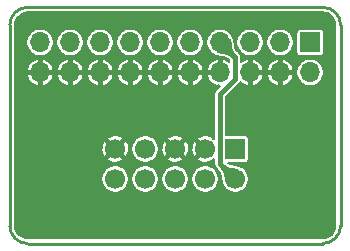
<source format=gbr>
G04 #@! TF.GenerationSoftware,KiCad,Pcbnew,(5.1.8)-1*
G04 #@! TF.CreationDate,2021-02-24T14:52:37-06:00*
G04 #@! TF.ProjectId,STLINK_Adapter,53544c49-4e4b-45f4-9164-61707465722e,rev?*
G04 #@! TF.SameCoordinates,Original*
G04 #@! TF.FileFunction,Copper,L2,Bot*
G04 #@! TF.FilePolarity,Positive*
%FSLAX46Y46*%
G04 Gerber Fmt 4.6, Leading zero omitted, Abs format (unit mm)*
G04 Created by KiCad (PCBNEW (5.1.8)-1) date 2021-02-24 14:52:37*
%MOMM*%
%LPD*%
G01*
G04 APERTURE LIST*
G04 #@! TA.AperFunction,Profile*
%ADD10C,0.254000*%
G04 #@! TD*
G04 #@! TA.AperFunction,ComponentPad*
%ADD11C,1.700000*%
G04 #@! TD*
G04 #@! TA.AperFunction,ComponentPad*
%ADD12R,1.700000X1.700000*%
G04 #@! TD*
G04 #@! TA.AperFunction,ComponentPad*
%ADD13O,1.700000X1.700000*%
G04 #@! TD*
G04 #@! TA.AperFunction,ViaPad*
%ADD14C,0.600000*%
G04 #@! TD*
G04 #@! TA.AperFunction,Conductor*
%ADD15C,0.381000*%
G04 #@! TD*
G04 #@! TA.AperFunction,Conductor*
%ADD16C,0.127000*%
G04 #@! TD*
G04 #@! TA.AperFunction,Conductor*
%ADD17C,0.150000*%
G04 #@! TD*
G04 #@! TA.AperFunction,Conductor*
%ADD18C,0.025400*%
G04 #@! TD*
G04 APERTURE END LIST*
D10*
X112500000Y-90000000D02*
G75*
G02*
X114000000Y-91500000I0J-1500000D01*
G01*
X114000000Y-108500000D02*
G75*
G02*
X112500000Y-110000000I-1500000J0D01*
G01*
X87500000Y-110000000D02*
G75*
G02*
X86000000Y-108500000I0J1500000D01*
G01*
X87500000Y-110000000D02*
X112500000Y-110000000D01*
X114000000Y-91500000D02*
X114000000Y-108500000D01*
X86000000Y-91500000D02*
X86000000Y-108500000D01*
X86000000Y-91500000D02*
G75*
G02*
X87500000Y-90000000I1500000J0D01*
G01*
X87500000Y-90000000D02*
X112500000Y-90000000D01*
D11*
X94920000Y-104540000D03*
X94920000Y-102000000D03*
X97460000Y-104540000D03*
X97460000Y-102000000D03*
X100000000Y-104540000D03*
X100000000Y-102000000D03*
X102540000Y-104540000D03*
X102540000Y-102000000D03*
X105080000Y-104540000D03*
D12*
X105080000Y-102000000D03*
D13*
X88570000Y-95520000D03*
X88570000Y-92980000D03*
X91110000Y-95520000D03*
X91110000Y-92980000D03*
X93650000Y-95520000D03*
X93650000Y-92980000D03*
X96190000Y-95520000D03*
X96190000Y-92980000D03*
X98730000Y-95520000D03*
X98730000Y-92980000D03*
X101270000Y-95520000D03*
X101270000Y-92980000D03*
X103810000Y-95520000D03*
X103810000Y-92980000D03*
X106350000Y-95520000D03*
X106350000Y-92980000D03*
X108890000Y-95520000D03*
X108890000Y-92980000D03*
X111430000Y-95520000D03*
D12*
X111430000Y-92980000D03*
D14*
X87307500Y-91503572D03*
X87307500Y-97903572D03*
X87307500Y-104303572D03*
X89707500Y-108303572D03*
X90507500Y-101103572D03*
X92907500Y-105103572D03*
X93707500Y-97903572D03*
X96107500Y-108303572D03*
X97707500Y-100303572D03*
X100907500Y-106703572D03*
X102507500Y-97903572D03*
X105707500Y-108303572D03*
X107307500Y-100303572D03*
X108907500Y-105103572D03*
X112107500Y-98703572D03*
X112107500Y-108303572D03*
D15*
X103809800Y-103269800D02*
X105080000Y-104540000D01*
X103809800Y-97358200D02*
X103809800Y-103269800D01*
X105079800Y-96088200D02*
X103809800Y-97358200D01*
X105079800Y-94249800D02*
X105079800Y-96088200D01*
X103810000Y-92980000D02*
X105079800Y-94249800D01*
D16*
X112705383Y-90462750D02*
X112902941Y-90522397D01*
X113085147Y-90619278D01*
X113245072Y-90749709D01*
X113376613Y-90908716D01*
X113474768Y-91090248D01*
X113535791Y-91287381D01*
X113559500Y-91512965D01*
X113559501Y-108478443D01*
X113537250Y-108705383D01*
X113477604Y-108902939D01*
X113380722Y-109085147D01*
X113250291Y-109245072D01*
X113091284Y-109376613D01*
X112909753Y-109474767D01*
X112712619Y-109535791D01*
X112487035Y-109559500D01*
X87521547Y-109559500D01*
X87294617Y-109537250D01*
X87097061Y-109477604D01*
X86914853Y-109380722D01*
X86754928Y-109250291D01*
X86623387Y-109091284D01*
X86525233Y-108909753D01*
X86464209Y-108712619D01*
X86440500Y-108487035D01*
X86440500Y-104425405D01*
X93756500Y-104425405D01*
X93756500Y-104654595D01*
X93801212Y-104879381D01*
X93888919Y-105091124D01*
X94016250Y-105281688D01*
X94178312Y-105443750D01*
X94368876Y-105571081D01*
X94580619Y-105658788D01*
X94805405Y-105703500D01*
X95034595Y-105703500D01*
X95259381Y-105658788D01*
X95471124Y-105571081D01*
X95661688Y-105443750D01*
X95823750Y-105281688D01*
X95951081Y-105091124D01*
X96038788Y-104879381D01*
X96083500Y-104654595D01*
X96083500Y-104425405D01*
X96296500Y-104425405D01*
X96296500Y-104654595D01*
X96341212Y-104879381D01*
X96428919Y-105091124D01*
X96556250Y-105281688D01*
X96718312Y-105443750D01*
X96908876Y-105571081D01*
X97120619Y-105658788D01*
X97345405Y-105703500D01*
X97574595Y-105703500D01*
X97799381Y-105658788D01*
X98011124Y-105571081D01*
X98201688Y-105443750D01*
X98363750Y-105281688D01*
X98491081Y-105091124D01*
X98578788Y-104879381D01*
X98623500Y-104654595D01*
X98623500Y-104425405D01*
X98836500Y-104425405D01*
X98836500Y-104654595D01*
X98881212Y-104879381D01*
X98968919Y-105091124D01*
X99096250Y-105281688D01*
X99258312Y-105443750D01*
X99448876Y-105571081D01*
X99660619Y-105658788D01*
X99885405Y-105703500D01*
X100114595Y-105703500D01*
X100339381Y-105658788D01*
X100551124Y-105571081D01*
X100741688Y-105443750D01*
X100903750Y-105281688D01*
X101031081Y-105091124D01*
X101118788Y-104879381D01*
X101163500Y-104654595D01*
X101163500Y-104425405D01*
X101376500Y-104425405D01*
X101376500Y-104654595D01*
X101421212Y-104879381D01*
X101508919Y-105091124D01*
X101636250Y-105281688D01*
X101798312Y-105443750D01*
X101988876Y-105571081D01*
X102200619Y-105658788D01*
X102425405Y-105703500D01*
X102654595Y-105703500D01*
X102879381Y-105658788D01*
X103091124Y-105571081D01*
X103281688Y-105443750D01*
X103443750Y-105281688D01*
X103571081Y-105091124D01*
X103658788Y-104879381D01*
X103703500Y-104654595D01*
X103703500Y-104425405D01*
X103658788Y-104200619D01*
X103571081Y-103988876D01*
X103443750Y-103798312D01*
X103281688Y-103636250D01*
X103091124Y-103508919D01*
X102879381Y-103421212D01*
X102654595Y-103376500D01*
X102425405Y-103376500D01*
X102200619Y-103421212D01*
X101988876Y-103508919D01*
X101798312Y-103636250D01*
X101636250Y-103798312D01*
X101508919Y-103988876D01*
X101421212Y-104200619D01*
X101376500Y-104425405D01*
X101163500Y-104425405D01*
X101118788Y-104200619D01*
X101031081Y-103988876D01*
X100903750Y-103798312D01*
X100741688Y-103636250D01*
X100551124Y-103508919D01*
X100339381Y-103421212D01*
X100114595Y-103376500D01*
X99885405Y-103376500D01*
X99660619Y-103421212D01*
X99448876Y-103508919D01*
X99258312Y-103636250D01*
X99096250Y-103798312D01*
X98968919Y-103988876D01*
X98881212Y-104200619D01*
X98836500Y-104425405D01*
X98623500Y-104425405D01*
X98578788Y-104200619D01*
X98491081Y-103988876D01*
X98363750Y-103798312D01*
X98201688Y-103636250D01*
X98011124Y-103508919D01*
X97799381Y-103421212D01*
X97574595Y-103376500D01*
X97345405Y-103376500D01*
X97120619Y-103421212D01*
X96908876Y-103508919D01*
X96718312Y-103636250D01*
X96556250Y-103798312D01*
X96428919Y-103988876D01*
X96341212Y-104200619D01*
X96296500Y-104425405D01*
X96083500Y-104425405D01*
X96038788Y-104200619D01*
X95951081Y-103988876D01*
X95823750Y-103798312D01*
X95661688Y-103636250D01*
X95471124Y-103508919D01*
X95259381Y-103421212D01*
X95034595Y-103376500D01*
X94805405Y-103376500D01*
X94580619Y-103421212D01*
X94368876Y-103508919D01*
X94178312Y-103636250D01*
X94016250Y-103798312D01*
X93888919Y-103988876D01*
X93801212Y-104200619D01*
X93756500Y-104425405D01*
X86440500Y-104425405D01*
X86440500Y-102855837D01*
X94243768Y-102855837D01*
X94339614Y-103014898D01*
X94548763Y-103108624D01*
X94772178Y-103159747D01*
X95001273Y-103166302D01*
X95227246Y-103128036D01*
X95441412Y-103046420D01*
X95500386Y-103014898D01*
X95596232Y-102855837D01*
X94920000Y-102179605D01*
X94243768Y-102855837D01*
X86440500Y-102855837D01*
X86440500Y-102081273D01*
X93753698Y-102081273D01*
X93791964Y-102307246D01*
X93873580Y-102521412D01*
X93905102Y-102580386D01*
X94064163Y-102676232D01*
X94740395Y-102000000D01*
X95099605Y-102000000D01*
X95775837Y-102676232D01*
X95934898Y-102580386D01*
X96028624Y-102371237D01*
X96079747Y-102147822D01*
X96086302Y-101918727D01*
X96080660Y-101885405D01*
X96296500Y-101885405D01*
X96296500Y-102114595D01*
X96341212Y-102339381D01*
X96428919Y-102551124D01*
X96556250Y-102741688D01*
X96718312Y-102903750D01*
X96908876Y-103031081D01*
X97120619Y-103118788D01*
X97345405Y-103163500D01*
X97574595Y-103163500D01*
X97799381Y-103118788D01*
X98011124Y-103031081D01*
X98201688Y-102903750D01*
X98249601Y-102855837D01*
X99323768Y-102855837D01*
X99419614Y-103014898D01*
X99628763Y-103108624D01*
X99852178Y-103159747D01*
X100081273Y-103166302D01*
X100307246Y-103128036D01*
X100521412Y-103046420D01*
X100580386Y-103014898D01*
X100676232Y-102855837D01*
X100000000Y-102179605D01*
X99323768Y-102855837D01*
X98249601Y-102855837D01*
X98363750Y-102741688D01*
X98491081Y-102551124D01*
X98578788Y-102339381D01*
X98623500Y-102114595D01*
X98623500Y-102081273D01*
X98833698Y-102081273D01*
X98871964Y-102307246D01*
X98953580Y-102521412D01*
X98985102Y-102580386D01*
X99144163Y-102676232D01*
X99820395Y-102000000D01*
X100179605Y-102000000D01*
X100855837Y-102676232D01*
X101014898Y-102580386D01*
X101108624Y-102371237D01*
X101159747Y-102147822D01*
X101161651Y-102081273D01*
X101373698Y-102081273D01*
X101411964Y-102307246D01*
X101493580Y-102521412D01*
X101525102Y-102580386D01*
X101684163Y-102676232D01*
X102360395Y-102000000D01*
X101684163Y-101323768D01*
X101525102Y-101419614D01*
X101431376Y-101628763D01*
X101380253Y-101852178D01*
X101373698Y-102081273D01*
X101161651Y-102081273D01*
X101166302Y-101918727D01*
X101128036Y-101692754D01*
X101046420Y-101478588D01*
X101014898Y-101419614D01*
X100855837Y-101323768D01*
X100179605Y-102000000D01*
X99820395Y-102000000D01*
X99144163Y-101323768D01*
X98985102Y-101419614D01*
X98891376Y-101628763D01*
X98840253Y-101852178D01*
X98833698Y-102081273D01*
X98623500Y-102081273D01*
X98623500Y-101885405D01*
X98578788Y-101660619D01*
X98491081Y-101448876D01*
X98363750Y-101258312D01*
X98249601Y-101144163D01*
X99323768Y-101144163D01*
X100000000Y-101820395D01*
X100676232Y-101144163D01*
X101863768Y-101144163D01*
X102540000Y-101820395D01*
X102554143Y-101806253D01*
X102733748Y-101985858D01*
X102719605Y-102000000D01*
X102733748Y-102014143D01*
X102554143Y-102193748D01*
X102540000Y-102179605D01*
X101863768Y-102855837D01*
X101959614Y-103014898D01*
X102168763Y-103108624D01*
X102392178Y-103159747D01*
X102621273Y-103166302D01*
X102847246Y-103128036D01*
X103061412Y-103046420D01*
X103120386Y-103014898D01*
X103216231Y-102855839D01*
X103276678Y-102916286D01*
X103305801Y-102887163D01*
X103305801Y-103245036D01*
X103303362Y-103269800D01*
X103313093Y-103368601D01*
X103329053Y-103421212D01*
X103341913Y-103463605D01*
X103388713Y-103551162D01*
X103451695Y-103627906D01*
X103470923Y-103643686D01*
X103523696Y-103696459D01*
X103640522Y-103824117D01*
X103716359Y-103927220D01*
X103765400Y-104015468D01*
X103797809Y-104098015D01*
X103821133Y-104186377D01*
X103840129Y-104290285D01*
X103858871Y-104412308D01*
X103859751Y-104417726D01*
X103883157Y-104554153D01*
X103886353Y-104570243D01*
X103920286Y-104720406D01*
X103926148Y-104742548D01*
X103948816Y-104817060D01*
X103961212Y-104879381D01*
X104048919Y-105091124D01*
X104176250Y-105281688D01*
X104338312Y-105443750D01*
X104528876Y-105571081D01*
X104740619Y-105658788D01*
X104965405Y-105703500D01*
X105194595Y-105703500D01*
X105419381Y-105658788D01*
X105631124Y-105571081D01*
X105821688Y-105443750D01*
X105983750Y-105281688D01*
X106111081Y-105091124D01*
X106198788Y-104879381D01*
X106243500Y-104654595D01*
X106243500Y-104425405D01*
X106198788Y-104200619D01*
X106111081Y-103988876D01*
X105983750Y-103798312D01*
X105821688Y-103636250D01*
X105631124Y-103508919D01*
X105419381Y-103421212D01*
X105357060Y-103408816D01*
X105282548Y-103386148D01*
X105260406Y-103380286D01*
X105110243Y-103346353D01*
X105094153Y-103343157D01*
X104957726Y-103319751D01*
X104952308Y-103318871D01*
X104830285Y-103300129D01*
X104726377Y-103281133D01*
X104638015Y-103257809D01*
X104555468Y-103225400D01*
X104467220Y-103176359D01*
X104451799Y-103165016D01*
X105930000Y-103165016D01*
X105991457Y-103158963D01*
X106050551Y-103141037D01*
X106105014Y-103111926D01*
X106152750Y-103072750D01*
X106191926Y-103025014D01*
X106221037Y-102970551D01*
X106238963Y-102911457D01*
X106245016Y-102850000D01*
X106245016Y-101150000D01*
X106238963Y-101088543D01*
X106221037Y-101029449D01*
X106191926Y-100974986D01*
X106152750Y-100927250D01*
X106105014Y-100888074D01*
X106050551Y-100858963D01*
X105991457Y-100841037D01*
X105930000Y-100834984D01*
X104313800Y-100834984D01*
X104313800Y-97566963D01*
X105418678Y-96462086D01*
X105437906Y-96446306D01*
X105500888Y-96369562D01*
X105522140Y-96329802D01*
X105586924Y-96398329D01*
X105772940Y-96530321D01*
X105981132Y-96623487D01*
X106043640Y-96642442D01*
X106223000Y-96597668D01*
X106223000Y-95647000D01*
X106477000Y-95647000D01*
X106477000Y-96597668D01*
X106656360Y-96642442D01*
X106718868Y-96623487D01*
X106927060Y-96530321D01*
X107113076Y-96398329D01*
X107269767Y-96232583D01*
X107391112Y-96039453D01*
X107472448Y-95826361D01*
X107767552Y-95826361D01*
X107848888Y-96039453D01*
X107970233Y-96232583D01*
X108126924Y-96398329D01*
X108312940Y-96530321D01*
X108521132Y-96623487D01*
X108583640Y-96642442D01*
X108763000Y-96597668D01*
X108763000Y-95647000D01*
X109017000Y-95647000D01*
X109017000Y-96597668D01*
X109196360Y-96642442D01*
X109258868Y-96623487D01*
X109467060Y-96530321D01*
X109653076Y-96398329D01*
X109809767Y-96232583D01*
X109931112Y-96039453D01*
X110012448Y-95826361D01*
X109968179Y-95647000D01*
X109017000Y-95647000D01*
X108763000Y-95647000D01*
X107811821Y-95647000D01*
X107767552Y-95826361D01*
X107472448Y-95826361D01*
X107428179Y-95647000D01*
X106477000Y-95647000D01*
X106223000Y-95647000D01*
X106203000Y-95647000D01*
X106203000Y-95405405D01*
X110266500Y-95405405D01*
X110266500Y-95634595D01*
X110311212Y-95859381D01*
X110398919Y-96071124D01*
X110526250Y-96261688D01*
X110688312Y-96423750D01*
X110878876Y-96551081D01*
X111090619Y-96638788D01*
X111315405Y-96683500D01*
X111544595Y-96683500D01*
X111769381Y-96638788D01*
X111981124Y-96551081D01*
X112171688Y-96423750D01*
X112333750Y-96261688D01*
X112461081Y-96071124D01*
X112548788Y-95859381D01*
X112593500Y-95634595D01*
X112593500Y-95405405D01*
X112548788Y-95180619D01*
X112461081Y-94968876D01*
X112333750Y-94778312D01*
X112171688Y-94616250D01*
X111981124Y-94488919D01*
X111769381Y-94401212D01*
X111544595Y-94356500D01*
X111315405Y-94356500D01*
X111090619Y-94401212D01*
X110878876Y-94488919D01*
X110688312Y-94616250D01*
X110526250Y-94778312D01*
X110398919Y-94968876D01*
X110311212Y-95180619D01*
X110266500Y-95405405D01*
X106203000Y-95405405D01*
X106203000Y-95393000D01*
X106223000Y-95393000D01*
X106223000Y-94442332D01*
X106477000Y-94442332D01*
X106477000Y-95393000D01*
X107428179Y-95393000D01*
X107472448Y-95213639D01*
X107767552Y-95213639D01*
X107811821Y-95393000D01*
X108763000Y-95393000D01*
X108763000Y-94442332D01*
X109017000Y-94442332D01*
X109017000Y-95393000D01*
X109968179Y-95393000D01*
X110012448Y-95213639D01*
X109931112Y-95000547D01*
X109809767Y-94807417D01*
X109653076Y-94641671D01*
X109467060Y-94509679D01*
X109258868Y-94416513D01*
X109196360Y-94397558D01*
X109017000Y-94442332D01*
X108763000Y-94442332D01*
X108583640Y-94397558D01*
X108521132Y-94416513D01*
X108312940Y-94509679D01*
X108126924Y-94641671D01*
X107970233Y-94807417D01*
X107848888Y-95000547D01*
X107767552Y-95213639D01*
X107472448Y-95213639D01*
X107391112Y-95000547D01*
X107269767Y-94807417D01*
X107113076Y-94641671D01*
X106927060Y-94509679D01*
X106718868Y-94416513D01*
X106656360Y-94397558D01*
X106477000Y-94442332D01*
X106223000Y-94442332D01*
X106043640Y-94397558D01*
X105981132Y-94416513D01*
X105772940Y-94509679D01*
X105586924Y-94641671D01*
X105583800Y-94644976D01*
X105583800Y-94274550D01*
X105586238Y-94249799D01*
X105581444Y-94201128D01*
X105576507Y-94150999D01*
X105547688Y-94055995D01*
X105500888Y-93968438D01*
X105437906Y-93891694D01*
X105418678Y-93875914D01*
X105366295Y-93823531D01*
X105249477Y-93695882D01*
X105173640Y-93592779D01*
X105124599Y-93504531D01*
X105092190Y-93421984D01*
X105068866Y-93333622D01*
X105049870Y-93229714D01*
X105031128Y-93107691D01*
X105030248Y-93102273D01*
X105006842Y-92965846D01*
X105003646Y-92949756D01*
X104984585Y-92865405D01*
X105186500Y-92865405D01*
X105186500Y-93094595D01*
X105231212Y-93319381D01*
X105318919Y-93531124D01*
X105446250Y-93721688D01*
X105608312Y-93883750D01*
X105798876Y-94011081D01*
X106010619Y-94098788D01*
X106235405Y-94143500D01*
X106464595Y-94143500D01*
X106689381Y-94098788D01*
X106901124Y-94011081D01*
X107091688Y-93883750D01*
X107253750Y-93721688D01*
X107381081Y-93531124D01*
X107468788Y-93319381D01*
X107513500Y-93094595D01*
X107513500Y-92865405D01*
X107726500Y-92865405D01*
X107726500Y-93094595D01*
X107771212Y-93319381D01*
X107858919Y-93531124D01*
X107986250Y-93721688D01*
X108148312Y-93883750D01*
X108338876Y-94011081D01*
X108550619Y-94098788D01*
X108775405Y-94143500D01*
X109004595Y-94143500D01*
X109229381Y-94098788D01*
X109441124Y-94011081D01*
X109631688Y-93883750D01*
X109793750Y-93721688D01*
X109921081Y-93531124D01*
X110008788Y-93319381D01*
X110053500Y-93094595D01*
X110053500Y-92865405D01*
X110008788Y-92640619D01*
X109921081Y-92428876D01*
X109793750Y-92238312D01*
X109685438Y-92130000D01*
X110264984Y-92130000D01*
X110264984Y-93830000D01*
X110271037Y-93891457D01*
X110288963Y-93950551D01*
X110318074Y-94005014D01*
X110357250Y-94052750D01*
X110404986Y-94091926D01*
X110459449Y-94121037D01*
X110518543Y-94138963D01*
X110580000Y-94145016D01*
X112280000Y-94145016D01*
X112341457Y-94138963D01*
X112400551Y-94121037D01*
X112455014Y-94091926D01*
X112502750Y-94052750D01*
X112541926Y-94005014D01*
X112571037Y-93950551D01*
X112588963Y-93891457D01*
X112595016Y-93830000D01*
X112595016Y-92130000D01*
X112588963Y-92068543D01*
X112571037Y-92009449D01*
X112541926Y-91954986D01*
X112502750Y-91907250D01*
X112455014Y-91868074D01*
X112400551Y-91838963D01*
X112341457Y-91821037D01*
X112280000Y-91814984D01*
X110580000Y-91814984D01*
X110518543Y-91821037D01*
X110459449Y-91838963D01*
X110404986Y-91868074D01*
X110357250Y-91907250D01*
X110318074Y-91954986D01*
X110288963Y-92009449D01*
X110271037Y-92068543D01*
X110264984Y-92130000D01*
X109685438Y-92130000D01*
X109631688Y-92076250D01*
X109441124Y-91948919D01*
X109229381Y-91861212D01*
X109004595Y-91816500D01*
X108775405Y-91816500D01*
X108550619Y-91861212D01*
X108338876Y-91948919D01*
X108148312Y-92076250D01*
X107986250Y-92238312D01*
X107858919Y-92428876D01*
X107771212Y-92640619D01*
X107726500Y-92865405D01*
X107513500Y-92865405D01*
X107468788Y-92640619D01*
X107381081Y-92428876D01*
X107253750Y-92238312D01*
X107091688Y-92076250D01*
X106901124Y-91948919D01*
X106689381Y-91861212D01*
X106464595Y-91816500D01*
X106235405Y-91816500D01*
X106010619Y-91861212D01*
X105798876Y-91948919D01*
X105608312Y-92076250D01*
X105446250Y-92238312D01*
X105318919Y-92428876D01*
X105231212Y-92640619D01*
X105186500Y-92865405D01*
X104984585Y-92865405D01*
X104969713Y-92799593D01*
X104963852Y-92777452D01*
X104941184Y-92702937D01*
X104928788Y-92640619D01*
X104841081Y-92428876D01*
X104713750Y-92238312D01*
X104551688Y-92076250D01*
X104361124Y-91948919D01*
X104149381Y-91861212D01*
X103924595Y-91816500D01*
X103695405Y-91816500D01*
X103470619Y-91861212D01*
X103258876Y-91948919D01*
X103068312Y-92076250D01*
X102906250Y-92238312D01*
X102778919Y-92428876D01*
X102691212Y-92640619D01*
X102646500Y-92865405D01*
X102646500Y-93094595D01*
X102691212Y-93319381D01*
X102778919Y-93531124D01*
X102906250Y-93721688D01*
X103068312Y-93883750D01*
X103258876Y-94011081D01*
X103470619Y-94098788D01*
X103532937Y-94111184D01*
X103607452Y-94133852D01*
X103629593Y-94139713D01*
X103779756Y-94173646D01*
X103795846Y-94176842D01*
X103932273Y-94200248D01*
X103937691Y-94201128D01*
X104059714Y-94219870D01*
X104163622Y-94238866D01*
X104251984Y-94262190D01*
X104334531Y-94294599D01*
X104422779Y-94343640D01*
X104525882Y-94419477D01*
X104575800Y-94465160D01*
X104575800Y-94644553D01*
X104573076Y-94641671D01*
X104387060Y-94509679D01*
X104178868Y-94416513D01*
X104116360Y-94397558D01*
X103937000Y-94442332D01*
X103937000Y-95393000D01*
X103957000Y-95393000D01*
X103957000Y-95647000D01*
X103937000Y-95647000D01*
X103937000Y-95667000D01*
X103683000Y-95667000D01*
X103683000Y-95647000D01*
X102731821Y-95647000D01*
X102687552Y-95826361D01*
X102768888Y-96039453D01*
X102890233Y-96232583D01*
X103046924Y-96398329D01*
X103232940Y-96530321D01*
X103441132Y-96623487D01*
X103503640Y-96642442D01*
X103682998Y-96597668D01*
X103682998Y-96683500D01*
X103771737Y-96683500D01*
X103470927Y-96984310D01*
X103451694Y-97000094D01*
X103388712Y-97076838D01*
X103341912Y-97164396D01*
X103321835Y-97230580D01*
X103313093Y-97259399D01*
X103303362Y-97358200D01*
X103305800Y-97382954D01*
X103305801Y-101112837D01*
X103276678Y-101083714D01*
X103216231Y-101144161D01*
X103120386Y-100985102D01*
X102911237Y-100891376D01*
X102687822Y-100840253D01*
X102458727Y-100833698D01*
X102232754Y-100871964D01*
X102018588Y-100953580D01*
X101959614Y-100985102D01*
X101863768Y-101144163D01*
X100676232Y-101144163D01*
X100580386Y-100985102D01*
X100371237Y-100891376D01*
X100147822Y-100840253D01*
X99918727Y-100833698D01*
X99692754Y-100871964D01*
X99478588Y-100953580D01*
X99419614Y-100985102D01*
X99323768Y-101144163D01*
X98249601Y-101144163D01*
X98201688Y-101096250D01*
X98011124Y-100968919D01*
X97799381Y-100881212D01*
X97574595Y-100836500D01*
X97345405Y-100836500D01*
X97120619Y-100881212D01*
X96908876Y-100968919D01*
X96718312Y-101096250D01*
X96556250Y-101258312D01*
X96428919Y-101448876D01*
X96341212Y-101660619D01*
X96296500Y-101885405D01*
X96080660Y-101885405D01*
X96048036Y-101692754D01*
X95966420Y-101478588D01*
X95934898Y-101419614D01*
X95775837Y-101323768D01*
X95099605Y-102000000D01*
X94740395Y-102000000D01*
X94064163Y-101323768D01*
X93905102Y-101419614D01*
X93811376Y-101628763D01*
X93760253Y-101852178D01*
X93753698Y-102081273D01*
X86440500Y-102081273D01*
X86440500Y-101144163D01*
X94243768Y-101144163D01*
X94920000Y-101820395D01*
X95596232Y-101144163D01*
X95500386Y-100985102D01*
X95291237Y-100891376D01*
X95067822Y-100840253D01*
X94838727Y-100833698D01*
X94612754Y-100871964D01*
X94398588Y-100953580D01*
X94339614Y-100985102D01*
X94243768Y-101144163D01*
X86440500Y-101144163D01*
X86440500Y-95826361D01*
X87447552Y-95826361D01*
X87528888Y-96039453D01*
X87650233Y-96232583D01*
X87806924Y-96398329D01*
X87992940Y-96530321D01*
X88201132Y-96623487D01*
X88263640Y-96642442D01*
X88443000Y-96597668D01*
X88443000Y-95647000D01*
X88697000Y-95647000D01*
X88697000Y-96597668D01*
X88876360Y-96642442D01*
X88938868Y-96623487D01*
X89147060Y-96530321D01*
X89333076Y-96398329D01*
X89489767Y-96232583D01*
X89611112Y-96039453D01*
X89692448Y-95826361D01*
X89987552Y-95826361D01*
X90068888Y-96039453D01*
X90190233Y-96232583D01*
X90346924Y-96398329D01*
X90532940Y-96530321D01*
X90741132Y-96623487D01*
X90803640Y-96642442D01*
X90983000Y-96597668D01*
X90983000Y-95647000D01*
X91237000Y-95647000D01*
X91237000Y-96597668D01*
X91416360Y-96642442D01*
X91478868Y-96623487D01*
X91687060Y-96530321D01*
X91873076Y-96398329D01*
X92029767Y-96232583D01*
X92151112Y-96039453D01*
X92232448Y-95826361D01*
X92527552Y-95826361D01*
X92608888Y-96039453D01*
X92730233Y-96232583D01*
X92886924Y-96398329D01*
X93072940Y-96530321D01*
X93281132Y-96623487D01*
X93343640Y-96642442D01*
X93523000Y-96597668D01*
X93523000Y-95647000D01*
X93777000Y-95647000D01*
X93777000Y-96597668D01*
X93956360Y-96642442D01*
X94018868Y-96623487D01*
X94227060Y-96530321D01*
X94413076Y-96398329D01*
X94569767Y-96232583D01*
X94691112Y-96039453D01*
X94772448Y-95826361D01*
X95067552Y-95826361D01*
X95148888Y-96039453D01*
X95270233Y-96232583D01*
X95426924Y-96398329D01*
X95612940Y-96530321D01*
X95821132Y-96623487D01*
X95883640Y-96642442D01*
X96063000Y-96597668D01*
X96063000Y-95647000D01*
X96317000Y-95647000D01*
X96317000Y-96597668D01*
X96496360Y-96642442D01*
X96558868Y-96623487D01*
X96767060Y-96530321D01*
X96953076Y-96398329D01*
X97109767Y-96232583D01*
X97231112Y-96039453D01*
X97312448Y-95826361D01*
X97607552Y-95826361D01*
X97688888Y-96039453D01*
X97810233Y-96232583D01*
X97966924Y-96398329D01*
X98152940Y-96530321D01*
X98361132Y-96623487D01*
X98423640Y-96642442D01*
X98603000Y-96597668D01*
X98603000Y-95647000D01*
X98857000Y-95647000D01*
X98857000Y-96597668D01*
X99036360Y-96642442D01*
X99098868Y-96623487D01*
X99307060Y-96530321D01*
X99493076Y-96398329D01*
X99649767Y-96232583D01*
X99771112Y-96039453D01*
X99852448Y-95826361D01*
X100147552Y-95826361D01*
X100228888Y-96039453D01*
X100350233Y-96232583D01*
X100506924Y-96398329D01*
X100692940Y-96530321D01*
X100901132Y-96623487D01*
X100963640Y-96642442D01*
X101143000Y-96597668D01*
X101143000Y-95647000D01*
X101397000Y-95647000D01*
X101397000Y-96597668D01*
X101576360Y-96642442D01*
X101638868Y-96623487D01*
X101847060Y-96530321D01*
X102033076Y-96398329D01*
X102189767Y-96232583D01*
X102311112Y-96039453D01*
X102392448Y-95826361D01*
X102348179Y-95647000D01*
X101397000Y-95647000D01*
X101143000Y-95647000D01*
X100191821Y-95647000D01*
X100147552Y-95826361D01*
X99852448Y-95826361D01*
X99808179Y-95647000D01*
X98857000Y-95647000D01*
X98603000Y-95647000D01*
X97651821Y-95647000D01*
X97607552Y-95826361D01*
X97312448Y-95826361D01*
X97268179Y-95647000D01*
X96317000Y-95647000D01*
X96063000Y-95647000D01*
X95111821Y-95647000D01*
X95067552Y-95826361D01*
X94772448Y-95826361D01*
X94728179Y-95647000D01*
X93777000Y-95647000D01*
X93523000Y-95647000D01*
X92571821Y-95647000D01*
X92527552Y-95826361D01*
X92232448Y-95826361D01*
X92188179Y-95647000D01*
X91237000Y-95647000D01*
X90983000Y-95647000D01*
X90031821Y-95647000D01*
X89987552Y-95826361D01*
X89692448Y-95826361D01*
X89648179Y-95647000D01*
X88697000Y-95647000D01*
X88443000Y-95647000D01*
X87491821Y-95647000D01*
X87447552Y-95826361D01*
X86440500Y-95826361D01*
X86440500Y-95213639D01*
X87447552Y-95213639D01*
X87491821Y-95393000D01*
X88443000Y-95393000D01*
X88443000Y-94442332D01*
X88697000Y-94442332D01*
X88697000Y-95393000D01*
X89648179Y-95393000D01*
X89692448Y-95213639D01*
X89987552Y-95213639D01*
X90031821Y-95393000D01*
X90983000Y-95393000D01*
X90983000Y-94442332D01*
X91237000Y-94442332D01*
X91237000Y-95393000D01*
X92188179Y-95393000D01*
X92232448Y-95213639D01*
X92527552Y-95213639D01*
X92571821Y-95393000D01*
X93523000Y-95393000D01*
X93523000Y-94442332D01*
X93777000Y-94442332D01*
X93777000Y-95393000D01*
X94728179Y-95393000D01*
X94772448Y-95213639D01*
X95067552Y-95213639D01*
X95111821Y-95393000D01*
X96063000Y-95393000D01*
X96063000Y-94442332D01*
X96317000Y-94442332D01*
X96317000Y-95393000D01*
X97268179Y-95393000D01*
X97312448Y-95213639D01*
X97607552Y-95213639D01*
X97651821Y-95393000D01*
X98603000Y-95393000D01*
X98603000Y-94442332D01*
X98857000Y-94442332D01*
X98857000Y-95393000D01*
X99808179Y-95393000D01*
X99852448Y-95213639D01*
X100147552Y-95213639D01*
X100191821Y-95393000D01*
X101143000Y-95393000D01*
X101143000Y-94442332D01*
X101397000Y-94442332D01*
X101397000Y-95393000D01*
X102348179Y-95393000D01*
X102392448Y-95213639D01*
X102687552Y-95213639D01*
X102731821Y-95393000D01*
X103683000Y-95393000D01*
X103683000Y-94442332D01*
X103503640Y-94397558D01*
X103441132Y-94416513D01*
X103232940Y-94509679D01*
X103046924Y-94641671D01*
X102890233Y-94807417D01*
X102768888Y-95000547D01*
X102687552Y-95213639D01*
X102392448Y-95213639D01*
X102311112Y-95000547D01*
X102189767Y-94807417D01*
X102033076Y-94641671D01*
X101847060Y-94509679D01*
X101638868Y-94416513D01*
X101576360Y-94397558D01*
X101397000Y-94442332D01*
X101143000Y-94442332D01*
X100963640Y-94397558D01*
X100901132Y-94416513D01*
X100692940Y-94509679D01*
X100506924Y-94641671D01*
X100350233Y-94807417D01*
X100228888Y-95000547D01*
X100147552Y-95213639D01*
X99852448Y-95213639D01*
X99771112Y-95000547D01*
X99649767Y-94807417D01*
X99493076Y-94641671D01*
X99307060Y-94509679D01*
X99098868Y-94416513D01*
X99036360Y-94397558D01*
X98857000Y-94442332D01*
X98603000Y-94442332D01*
X98423640Y-94397558D01*
X98361132Y-94416513D01*
X98152940Y-94509679D01*
X97966924Y-94641671D01*
X97810233Y-94807417D01*
X97688888Y-95000547D01*
X97607552Y-95213639D01*
X97312448Y-95213639D01*
X97231112Y-95000547D01*
X97109767Y-94807417D01*
X96953076Y-94641671D01*
X96767060Y-94509679D01*
X96558868Y-94416513D01*
X96496360Y-94397558D01*
X96317000Y-94442332D01*
X96063000Y-94442332D01*
X95883640Y-94397558D01*
X95821132Y-94416513D01*
X95612940Y-94509679D01*
X95426924Y-94641671D01*
X95270233Y-94807417D01*
X95148888Y-95000547D01*
X95067552Y-95213639D01*
X94772448Y-95213639D01*
X94691112Y-95000547D01*
X94569767Y-94807417D01*
X94413076Y-94641671D01*
X94227060Y-94509679D01*
X94018868Y-94416513D01*
X93956360Y-94397558D01*
X93777000Y-94442332D01*
X93523000Y-94442332D01*
X93343640Y-94397558D01*
X93281132Y-94416513D01*
X93072940Y-94509679D01*
X92886924Y-94641671D01*
X92730233Y-94807417D01*
X92608888Y-95000547D01*
X92527552Y-95213639D01*
X92232448Y-95213639D01*
X92151112Y-95000547D01*
X92029767Y-94807417D01*
X91873076Y-94641671D01*
X91687060Y-94509679D01*
X91478868Y-94416513D01*
X91416360Y-94397558D01*
X91237000Y-94442332D01*
X90983000Y-94442332D01*
X90803640Y-94397558D01*
X90741132Y-94416513D01*
X90532940Y-94509679D01*
X90346924Y-94641671D01*
X90190233Y-94807417D01*
X90068888Y-95000547D01*
X89987552Y-95213639D01*
X89692448Y-95213639D01*
X89611112Y-95000547D01*
X89489767Y-94807417D01*
X89333076Y-94641671D01*
X89147060Y-94509679D01*
X88938868Y-94416513D01*
X88876360Y-94397558D01*
X88697000Y-94442332D01*
X88443000Y-94442332D01*
X88263640Y-94397558D01*
X88201132Y-94416513D01*
X87992940Y-94509679D01*
X87806924Y-94641671D01*
X87650233Y-94807417D01*
X87528888Y-95000547D01*
X87447552Y-95213639D01*
X86440500Y-95213639D01*
X86440500Y-92865405D01*
X87406500Y-92865405D01*
X87406500Y-93094595D01*
X87451212Y-93319381D01*
X87538919Y-93531124D01*
X87666250Y-93721688D01*
X87828312Y-93883750D01*
X88018876Y-94011081D01*
X88230619Y-94098788D01*
X88455405Y-94143500D01*
X88684595Y-94143500D01*
X88909381Y-94098788D01*
X89121124Y-94011081D01*
X89311688Y-93883750D01*
X89473750Y-93721688D01*
X89601081Y-93531124D01*
X89688788Y-93319381D01*
X89733500Y-93094595D01*
X89733500Y-92865405D01*
X89946500Y-92865405D01*
X89946500Y-93094595D01*
X89991212Y-93319381D01*
X90078919Y-93531124D01*
X90206250Y-93721688D01*
X90368312Y-93883750D01*
X90558876Y-94011081D01*
X90770619Y-94098788D01*
X90995405Y-94143500D01*
X91224595Y-94143500D01*
X91449381Y-94098788D01*
X91661124Y-94011081D01*
X91851688Y-93883750D01*
X92013750Y-93721688D01*
X92141081Y-93531124D01*
X92228788Y-93319381D01*
X92273500Y-93094595D01*
X92273500Y-92865405D01*
X92486500Y-92865405D01*
X92486500Y-93094595D01*
X92531212Y-93319381D01*
X92618919Y-93531124D01*
X92746250Y-93721688D01*
X92908312Y-93883750D01*
X93098876Y-94011081D01*
X93310619Y-94098788D01*
X93535405Y-94143500D01*
X93764595Y-94143500D01*
X93989381Y-94098788D01*
X94201124Y-94011081D01*
X94391688Y-93883750D01*
X94553750Y-93721688D01*
X94681081Y-93531124D01*
X94768788Y-93319381D01*
X94813500Y-93094595D01*
X94813500Y-92865405D01*
X95026500Y-92865405D01*
X95026500Y-93094595D01*
X95071212Y-93319381D01*
X95158919Y-93531124D01*
X95286250Y-93721688D01*
X95448312Y-93883750D01*
X95638876Y-94011081D01*
X95850619Y-94098788D01*
X96075405Y-94143500D01*
X96304595Y-94143500D01*
X96529381Y-94098788D01*
X96741124Y-94011081D01*
X96931688Y-93883750D01*
X97093750Y-93721688D01*
X97221081Y-93531124D01*
X97308788Y-93319381D01*
X97353500Y-93094595D01*
X97353500Y-92865405D01*
X97566500Y-92865405D01*
X97566500Y-93094595D01*
X97611212Y-93319381D01*
X97698919Y-93531124D01*
X97826250Y-93721688D01*
X97988312Y-93883750D01*
X98178876Y-94011081D01*
X98390619Y-94098788D01*
X98615405Y-94143500D01*
X98844595Y-94143500D01*
X99069381Y-94098788D01*
X99281124Y-94011081D01*
X99471688Y-93883750D01*
X99633750Y-93721688D01*
X99761081Y-93531124D01*
X99848788Y-93319381D01*
X99893500Y-93094595D01*
X99893500Y-92865405D01*
X100106500Y-92865405D01*
X100106500Y-93094595D01*
X100151212Y-93319381D01*
X100238919Y-93531124D01*
X100366250Y-93721688D01*
X100528312Y-93883750D01*
X100718876Y-94011081D01*
X100930619Y-94098788D01*
X101155405Y-94143500D01*
X101384595Y-94143500D01*
X101609381Y-94098788D01*
X101821124Y-94011081D01*
X102011688Y-93883750D01*
X102173750Y-93721688D01*
X102301081Y-93531124D01*
X102388788Y-93319381D01*
X102433500Y-93094595D01*
X102433500Y-92865405D01*
X102388788Y-92640619D01*
X102301081Y-92428876D01*
X102173750Y-92238312D01*
X102011688Y-92076250D01*
X101821124Y-91948919D01*
X101609381Y-91861212D01*
X101384595Y-91816500D01*
X101155405Y-91816500D01*
X100930619Y-91861212D01*
X100718876Y-91948919D01*
X100528312Y-92076250D01*
X100366250Y-92238312D01*
X100238919Y-92428876D01*
X100151212Y-92640619D01*
X100106500Y-92865405D01*
X99893500Y-92865405D01*
X99848788Y-92640619D01*
X99761081Y-92428876D01*
X99633750Y-92238312D01*
X99471688Y-92076250D01*
X99281124Y-91948919D01*
X99069381Y-91861212D01*
X98844595Y-91816500D01*
X98615405Y-91816500D01*
X98390619Y-91861212D01*
X98178876Y-91948919D01*
X97988312Y-92076250D01*
X97826250Y-92238312D01*
X97698919Y-92428876D01*
X97611212Y-92640619D01*
X97566500Y-92865405D01*
X97353500Y-92865405D01*
X97308788Y-92640619D01*
X97221081Y-92428876D01*
X97093750Y-92238312D01*
X96931688Y-92076250D01*
X96741124Y-91948919D01*
X96529381Y-91861212D01*
X96304595Y-91816500D01*
X96075405Y-91816500D01*
X95850619Y-91861212D01*
X95638876Y-91948919D01*
X95448312Y-92076250D01*
X95286250Y-92238312D01*
X95158919Y-92428876D01*
X95071212Y-92640619D01*
X95026500Y-92865405D01*
X94813500Y-92865405D01*
X94768788Y-92640619D01*
X94681081Y-92428876D01*
X94553750Y-92238312D01*
X94391688Y-92076250D01*
X94201124Y-91948919D01*
X93989381Y-91861212D01*
X93764595Y-91816500D01*
X93535405Y-91816500D01*
X93310619Y-91861212D01*
X93098876Y-91948919D01*
X92908312Y-92076250D01*
X92746250Y-92238312D01*
X92618919Y-92428876D01*
X92531212Y-92640619D01*
X92486500Y-92865405D01*
X92273500Y-92865405D01*
X92228788Y-92640619D01*
X92141081Y-92428876D01*
X92013750Y-92238312D01*
X91851688Y-92076250D01*
X91661124Y-91948919D01*
X91449381Y-91861212D01*
X91224595Y-91816500D01*
X90995405Y-91816500D01*
X90770619Y-91861212D01*
X90558876Y-91948919D01*
X90368312Y-92076250D01*
X90206250Y-92238312D01*
X90078919Y-92428876D01*
X89991212Y-92640619D01*
X89946500Y-92865405D01*
X89733500Y-92865405D01*
X89688788Y-92640619D01*
X89601081Y-92428876D01*
X89473750Y-92238312D01*
X89311688Y-92076250D01*
X89121124Y-91948919D01*
X88909381Y-91861212D01*
X88684595Y-91816500D01*
X88455405Y-91816500D01*
X88230619Y-91861212D01*
X88018876Y-91948919D01*
X87828312Y-92076250D01*
X87666250Y-92238312D01*
X87538919Y-92428876D01*
X87451212Y-92640619D01*
X87406500Y-92865405D01*
X86440500Y-92865405D01*
X86440500Y-91521547D01*
X86462750Y-91294617D01*
X86522397Y-91097059D01*
X86619278Y-90914853D01*
X86749709Y-90754928D01*
X86908716Y-90623387D01*
X87090248Y-90525232D01*
X87287381Y-90464209D01*
X87512965Y-90440500D01*
X112478453Y-90440500D01*
X112705383Y-90462750D01*
G04 #@! TA.AperFunction,Conductor*
D17*
G36*
X112705383Y-90462750D02*
G01*
X112902941Y-90522397D01*
X113085147Y-90619278D01*
X113245072Y-90749709D01*
X113376613Y-90908716D01*
X113474768Y-91090248D01*
X113535791Y-91287381D01*
X113559500Y-91512965D01*
X113559501Y-108478443D01*
X113537250Y-108705383D01*
X113477604Y-108902939D01*
X113380722Y-109085147D01*
X113250291Y-109245072D01*
X113091284Y-109376613D01*
X112909753Y-109474767D01*
X112712619Y-109535791D01*
X112487035Y-109559500D01*
X87521547Y-109559500D01*
X87294617Y-109537250D01*
X87097061Y-109477604D01*
X86914853Y-109380722D01*
X86754928Y-109250291D01*
X86623387Y-109091284D01*
X86525233Y-108909753D01*
X86464209Y-108712619D01*
X86440500Y-108487035D01*
X86440500Y-104425405D01*
X93756500Y-104425405D01*
X93756500Y-104654595D01*
X93801212Y-104879381D01*
X93888919Y-105091124D01*
X94016250Y-105281688D01*
X94178312Y-105443750D01*
X94368876Y-105571081D01*
X94580619Y-105658788D01*
X94805405Y-105703500D01*
X95034595Y-105703500D01*
X95259381Y-105658788D01*
X95471124Y-105571081D01*
X95661688Y-105443750D01*
X95823750Y-105281688D01*
X95951081Y-105091124D01*
X96038788Y-104879381D01*
X96083500Y-104654595D01*
X96083500Y-104425405D01*
X96296500Y-104425405D01*
X96296500Y-104654595D01*
X96341212Y-104879381D01*
X96428919Y-105091124D01*
X96556250Y-105281688D01*
X96718312Y-105443750D01*
X96908876Y-105571081D01*
X97120619Y-105658788D01*
X97345405Y-105703500D01*
X97574595Y-105703500D01*
X97799381Y-105658788D01*
X98011124Y-105571081D01*
X98201688Y-105443750D01*
X98363750Y-105281688D01*
X98491081Y-105091124D01*
X98578788Y-104879381D01*
X98623500Y-104654595D01*
X98623500Y-104425405D01*
X98836500Y-104425405D01*
X98836500Y-104654595D01*
X98881212Y-104879381D01*
X98968919Y-105091124D01*
X99096250Y-105281688D01*
X99258312Y-105443750D01*
X99448876Y-105571081D01*
X99660619Y-105658788D01*
X99885405Y-105703500D01*
X100114595Y-105703500D01*
X100339381Y-105658788D01*
X100551124Y-105571081D01*
X100741688Y-105443750D01*
X100903750Y-105281688D01*
X101031081Y-105091124D01*
X101118788Y-104879381D01*
X101163500Y-104654595D01*
X101163500Y-104425405D01*
X101376500Y-104425405D01*
X101376500Y-104654595D01*
X101421212Y-104879381D01*
X101508919Y-105091124D01*
X101636250Y-105281688D01*
X101798312Y-105443750D01*
X101988876Y-105571081D01*
X102200619Y-105658788D01*
X102425405Y-105703500D01*
X102654595Y-105703500D01*
X102879381Y-105658788D01*
X103091124Y-105571081D01*
X103281688Y-105443750D01*
X103443750Y-105281688D01*
X103571081Y-105091124D01*
X103658788Y-104879381D01*
X103703500Y-104654595D01*
X103703500Y-104425405D01*
X103658788Y-104200619D01*
X103571081Y-103988876D01*
X103443750Y-103798312D01*
X103281688Y-103636250D01*
X103091124Y-103508919D01*
X102879381Y-103421212D01*
X102654595Y-103376500D01*
X102425405Y-103376500D01*
X102200619Y-103421212D01*
X101988876Y-103508919D01*
X101798312Y-103636250D01*
X101636250Y-103798312D01*
X101508919Y-103988876D01*
X101421212Y-104200619D01*
X101376500Y-104425405D01*
X101163500Y-104425405D01*
X101118788Y-104200619D01*
X101031081Y-103988876D01*
X100903750Y-103798312D01*
X100741688Y-103636250D01*
X100551124Y-103508919D01*
X100339381Y-103421212D01*
X100114595Y-103376500D01*
X99885405Y-103376500D01*
X99660619Y-103421212D01*
X99448876Y-103508919D01*
X99258312Y-103636250D01*
X99096250Y-103798312D01*
X98968919Y-103988876D01*
X98881212Y-104200619D01*
X98836500Y-104425405D01*
X98623500Y-104425405D01*
X98578788Y-104200619D01*
X98491081Y-103988876D01*
X98363750Y-103798312D01*
X98201688Y-103636250D01*
X98011124Y-103508919D01*
X97799381Y-103421212D01*
X97574595Y-103376500D01*
X97345405Y-103376500D01*
X97120619Y-103421212D01*
X96908876Y-103508919D01*
X96718312Y-103636250D01*
X96556250Y-103798312D01*
X96428919Y-103988876D01*
X96341212Y-104200619D01*
X96296500Y-104425405D01*
X96083500Y-104425405D01*
X96038788Y-104200619D01*
X95951081Y-103988876D01*
X95823750Y-103798312D01*
X95661688Y-103636250D01*
X95471124Y-103508919D01*
X95259381Y-103421212D01*
X95034595Y-103376500D01*
X94805405Y-103376500D01*
X94580619Y-103421212D01*
X94368876Y-103508919D01*
X94178312Y-103636250D01*
X94016250Y-103798312D01*
X93888919Y-103988876D01*
X93801212Y-104200619D01*
X93756500Y-104425405D01*
X86440500Y-104425405D01*
X86440500Y-102855837D01*
X94243768Y-102855837D01*
X94339614Y-103014898D01*
X94548763Y-103108624D01*
X94772178Y-103159747D01*
X95001273Y-103166302D01*
X95227246Y-103128036D01*
X95441412Y-103046420D01*
X95500386Y-103014898D01*
X95596232Y-102855837D01*
X94920000Y-102179605D01*
X94243768Y-102855837D01*
X86440500Y-102855837D01*
X86440500Y-102081273D01*
X93753698Y-102081273D01*
X93791964Y-102307246D01*
X93873580Y-102521412D01*
X93905102Y-102580386D01*
X94064163Y-102676232D01*
X94740395Y-102000000D01*
X95099605Y-102000000D01*
X95775837Y-102676232D01*
X95934898Y-102580386D01*
X96028624Y-102371237D01*
X96079747Y-102147822D01*
X96086302Y-101918727D01*
X96080660Y-101885405D01*
X96296500Y-101885405D01*
X96296500Y-102114595D01*
X96341212Y-102339381D01*
X96428919Y-102551124D01*
X96556250Y-102741688D01*
X96718312Y-102903750D01*
X96908876Y-103031081D01*
X97120619Y-103118788D01*
X97345405Y-103163500D01*
X97574595Y-103163500D01*
X97799381Y-103118788D01*
X98011124Y-103031081D01*
X98201688Y-102903750D01*
X98249601Y-102855837D01*
X99323768Y-102855837D01*
X99419614Y-103014898D01*
X99628763Y-103108624D01*
X99852178Y-103159747D01*
X100081273Y-103166302D01*
X100307246Y-103128036D01*
X100521412Y-103046420D01*
X100580386Y-103014898D01*
X100676232Y-102855837D01*
X100000000Y-102179605D01*
X99323768Y-102855837D01*
X98249601Y-102855837D01*
X98363750Y-102741688D01*
X98491081Y-102551124D01*
X98578788Y-102339381D01*
X98623500Y-102114595D01*
X98623500Y-102081273D01*
X98833698Y-102081273D01*
X98871964Y-102307246D01*
X98953580Y-102521412D01*
X98985102Y-102580386D01*
X99144163Y-102676232D01*
X99820395Y-102000000D01*
X100179605Y-102000000D01*
X100855837Y-102676232D01*
X101014898Y-102580386D01*
X101108624Y-102371237D01*
X101159747Y-102147822D01*
X101161651Y-102081273D01*
X101373698Y-102081273D01*
X101411964Y-102307246D01*
X101493580Y-102521412D01*
X101525102Y-102580386D01*
X101684163Y-102676232D01*
X102360395Y-102000000D01*
X101684163Y-101323768D01*
X101525102Y-101419614D01*
X101431376Y-101628763D01*
X101380253Y-101852178D01*
X101373698Y-102081273D01*
X101161651Y-102081273D01*
X101166302Y-101918727D01*
X101128036Y-101692754D01*
X101046420Y-101478588D01*
X101014898Y-101419614D01*
X100855837Y-101323768D01*
X100179605Y-102000000D01*
X99820395Y-102000000D01*
X99144163Y-101323768D01*
X98985102Y-101419614D01*
X98891376Y-101628763D01*
X98840253Y-101852178D01*
X98833698Y-102081273D01*
X98623500Y-102081273D01*
X98623500Y-101885405D01*
X98578788Y-101660619D01*
X98491081Y-101448876D01*
X98363750Y-101258312D01*
X98249601Y-101144163D01*
X99323768Y-101144163D01*
X100000000Y-101820395D01*
X100676232Y-101144163D01*
X101863768Y-101144163D01*
X102540000Y-101820395D01*
X102554143Y-101806253D01*
X102733748Y-101985858D01*
X102719605Y-102000000D01*
X102733748Y-102014143D01*
X102554143Y-102193748D01*
X102540000Y-102179605D01*
X101863768Y-102855837D01*
X101959614Y-103014898D01*
X102168763Y-103108624D01*
X102392178Y-103159747D01*
X102621273Y-103166302D01*
X102847246Y-103128036D01*
X103061412Y-103046420D01*
X103120386Y-103014898D01*
X103216231Y-102855839D01*
X103276678Y-102916286D01*
X103305801Y-102887163D01*
X103305801Y-103245036D01*
X103303362Y-103269800D01*
X103313093Y-103368601D01*
X103329053Y-103421212D01*
X103341913Y-103463605D01*
X103388713Y-103551162D01*
X103451695Y-103627906D01*
X103470923Y-103643686D01*
X103523696Y-103696459D01*
X103640522Y-103824117D01*
X103716359Y-103927220D01*
X103765400Y-104015468D01*
X103797809Y-104098015D01*
X103821133Y-104186377D01*
X103840129Y-104290285D01*
X103858871Y-104412308D01*
X103859751Y-104417726D01*
X103883157Y-104554153D01*
X103886353Y-104570243D01*
X103920286Y-104720406D01*
X103926148Y-104742548D01*
X103948816Y-104817060D01*
X103961212Y-104879381D01*
X104048919Y-105091124D01*
X104176250Y-105281688D01*
X104338312Y-105443750D01*
X104528876Y-105571081D01*
X104740619Y-105658788D01*
X104965405Y-105703500D01*
X105194595Y-105703500D01*
X105419381Y-105658788D01*
X105631124Y-105571081D01*
X105821688Y-105443750D01*
X105983750Y-105281688D01*
X106111081Y-105091124D01*
X106198788Y-104879381D01*
X106243500Y-104654595D01*
X106243500Y-104425405D01*
X106198788Y-104200619D01*
X106111081Y-103988876D01*
X105983750Y-103798312D01*
X105821688Y-103636250D01*
X105631124Y-103508919D01*
X105419381Y-103421212D01*
X105357060Y-103408816D01*
X105282548Y-103386148D01*
X105260406Y-103380286D01*
X105110243Y-103346353D01*
X105094153Y-103343157D01*
X104957726Y-103319751D01*
X104952308Y-103318871D01*
X104830285Y-103300129D01*
X104726377Y-103281133D01*
X104638015Y-103257809D01*
X104555468Y-103225400D01*
X104467220Y-103176359D01*
X104451799Y-103165016D01*
X105930000Y-103165016D01*
X105991457Y-103158963D01*
X106050551Y-103141037D01*
X106105014Y-103111926D01*
X106152750Y-103072750D01*
X106191926Y-103025014D01*
X106221037Y-102970551D01*
X106238963Y-102911457D01*
X106245016Y-102850000D01*
X106245016Y-101150000D01*
X106238963Y-101088543D01*
X106221037Y-101029449D01*
X106191926Y-100974986D01*
X106152750Y-100927250D01*
X106105014Y-100888074D01*
X106050551Y-100858963D01*
X105991457Y-100841037D01*
X105930000Y-100834984D01*
X104313800Y-100834984D01*
X104313800Y-97566963D01*
X105418678Y-96462086D01*
X105437906Y-96446306D01*
X105500888Y-96369562D01*
X105522140Y-96329802D01*
X105586924Y-96398329D01*
X105772940Y-96530321D01*
X105981132Y-96623487D01*
X106043640Y-96642442D01*
X106223000Y-96597668D01*
X106223000Y-95647000D01*
X106477000Y-95647000D01*
X106477000Y-96597668D01*
X106656360Y-96642442D01*
X106718868Y-96623487D01*
X106927060Y-96530321D01*
X107113076Y-96398329D01*
X107269767Y-96232583D01*
X107391112Y-96039453D01*
X107472448Y-95826361D01*
X107767552Y-95826361D01*
X107848888Y-96039453D01*
X107970233Y-96232583D01*
X108126924Y-96398329D01*
X108312940Y-96530321D01*
X108521132Y-96623487D01*
X108583640Y-96642442D01*
X108763000Y-96597668D01*
X108763000Y-95647000D01*
X109017000Y-95647000D01*
X109017000Y-96597668D01*
X109196360Y-96642442D01*
X109258868Y-96623487D01*
X109467060Y-96530321D01*
X109653076Y-96398329D01*
X109809767Y-96232583D01*
X109931112Y-96039453D01*
X110012448Y-95826361D01*
X109968179Y-95647000D01*
X109017000Y-95647000D01*
X108763000Y-95647000D01*
X107811821Y-95647000D01*
X107767552Y-95826361D01*
X107472448Y-95826361D01*
X107428179Y-95647000D01*
X106477000Y-95647000D01*
X106223000Y-95647000D01*
X106203000Y-95647000D01*
X106203000Y-95405405D01*
X110266500Y-95405405D01*
X110266500Y-95634595D01*
X110311212Y-95859381D01*
X110398919Y-96071124D01*
X110526250Y-96261688D01*
X110688312Y-96423750D01*
X110878876Y-96551081D01*
X111090619Y-96638788D01*
X111315405Y-96683500D01*
X111544595Y-96683500D01*
X111769381Y-96638788D01*
X111981124Y-96551081D01*
X112171688Y-96423750D01*
X112333750Y-96261688D01*
X112461081Y-96071124D01*
X112548788Y-95859381D01*
X112593500Y-95634595D01*
X112593500Y-95405405D01*
X112548788Y-95180619D01*
X112461081Y-94968876D01*
X112333750Y-94778312D01*
X112171688Y-94616250D01*
X111981124Y-94488919D01*
X111769381Y-94401212D01*
X111544595Y-94356500D01*
X111315405Y-94356500D01*
X111090619Y-94401212D01*
X110878876Y-94488919D01*
X110688312Y-94616250D01*
X110526250Y-94778312D01*
X110398919Y-94968876D01*
X110311212Y-95180619D01*
X110266500Y-95405405D01*
X106203000Y-95405405D01*
X106203000Y-95393000D01*
X106223000Y-95393000D01*
X106223000Y-94442332D01*
X106477000Y-94442332D01*
X106477000Y-95393000D01*
X107428179Y-95393000D01*
X107472448Y-95213639D01*
X107767552Y-95213639D01*
X107811821Y-95393000D01*
X108763000Y-95393000D01*
X108763000Y-94442332D01*
X109017000Y-94442332D01*
X109017000Y-95393000D01*
X109968179Y-95393000D01*
X110012448Y-95213639D01*
X109931112Y-95000547D01*
X109809767Y-94807417D01*
X109653076Y-94641671D01*
X109467060Y-94509679D01*
X109258868Y-94416513D01*
X109196360Y-94397558D01*
X109017000Y-94442332D01*
X108763000Y-94442332D01*
X108583640Y-94397558D01*
X108521132Y-94416513D01*
X108312940Y-94509679D01*
X108126924Y-94641671D01*
X107970233Y-94807417D01*
X107848888Y-95000547D01*
X107767552Y-95213639D01*
X107472448Y-95213639D01*
X107391112Y-95000547D01*
X107269767Y-94807417D01*
X107113076Y-94641671D01*
X106927060Y-94509679D01*
X106718868Y-94416513D01*
X106656360Y-94397558D01*
X106477000Y-94442332D01*
X106223000Y-94442332D01*
X106043640Y-94397558D01*
X105981132Y-94416513D01*
X105772940Y-94509679D01*
X105586924Y-94641671D01*
X105583800Y-94644976D01*
X105583800Y-94274550D01*
X105586238Y-94249799D01*
X105581444Y-94201128D01*
X105576507Y-94150999D01*
X105547688Y-94055995D01*
X105500888Y-93968438D01*
X105437906Y-93891694D01*
X105418678Y-93875914D01*
X105366295Y-93823531D01*
X105249477Y-93695882D01*
X105173640Y-93592779D01*
X105124599Y-93504531D01*
X105092190Y-93421984D01*
X105068866Y-93333622D01*
X105049870Y-93229714D01*
X105031128Y-93107691D01*
X105030248Y-93102273D01*
X105006842Y-92965846D01*
X105003646Y-92949756D01*
X104984585Y-92865405D01*
X105186500Y-92865405D01*
X105186500Y-93094595D01*
X105231212Y-93319381D01*
X105318919Y-93531124D01*
X105446250Y-93721688D01*
X105608312Y-93883750D01*
X105798876Y-94011081D01*
X106010619Y-94098788D01*
X106235405Y-94143500D01*
X106464595Y-94143500D01*
X106689381Y-94098788D01*
X106901124Y-94011081D01*
X107091688Y-93883750D01*
X107253750Y-93721688D01*
X107381081Y-93531124D01*
X107468788Y-93319381D01*
X107513500Y-93094595D01*
X107513500Y-92865405D01*
X107726500Y-92865405D01*
X107726500Y-93094595D01*
X107771212Y-93319381D01*
X107858919Y-93531124D01*
X107986250Y-93721688D01*
X108148312Y-93883750D01*
X108338876Y-94011081D01*
X108550619Y-94098788D01*
X108775405Y-94143500D01*
X109004595Y-94143500D01*
X109229381Y-94098788D01*
X109441124Y-94011081D01*
X109631688Y-93883750D01*
X109793750Y-93721688D01*
X109921081Y-93531124D01*
X110008788Y-93319381D01*
X110053500Y-93094595D01*
X110053500Y-92865405D01*
X110008788Y-92640619D01*
X109921081Y-92428876D01*
X109793750Y-92238312D01*
X109685438Y-92130000D01*
X110264984Y-92130000D01*
X110264984Y-93830000D01*
X110271037Y-93891457D01*
X110288963Y-93950551D01*
X110318074Y-94005014D01*
X110357250Y-94052750D01*
X110404986Y-94091926D01*
X110459449Y-94121037D01*
X110518543Y-94138963D01*
X110580000Y-94145016D01*
X112280000Y-94145016D01*
X112341457Y-94138963D01*
X112400551Y-94121037D01*
X112455014Y-94091926D01*
X112502750Y-94052750D01*
X112541926Y-94005014D01*
X112571037Y-93950551D01*
X112588963Y-93891457D01*
X112595016Y-93830000D01*
X112595016Y-92130000D01*
X112588963Y-92068543D01*
X112571037Y-92009449D01*
X112541926Y-91954986D01*
X112502750Y-91907250D01*
X112455014Y-91868074D01*
X112400551Y-91838963D01*
X112341457Y-91821037D01*
X112280000Y-91814984D01*
X110580000Y-91814984D01*
X110518543Y-91821037D01*
X110459449Y-91838963D01*
X110404986Y-91868074D01*
X110357250Y-91907250D01*
X110318074Y-91954986D01*
X110288963Y-92009449D01*
X110271037Y-92068543D01*
X110264984Y-92130000D01*
X109685438Y-92130000D01*
X109631688Y-92076250D01*
X109441124Y-91948919D01*
X109229381Y-91861212D01*
X109004595Y-91816500D01*
X108775405Y-91816500D01*
X108550619Y-91861212D01*
X108338876Y-91948919D01*
X108148312Y-92076250D01*
X107986250Y-92238312D01*
X107858919Y-92428876D01*
X107771212Y-92640619D01*
X107726500Y-92865405D01*
X107513500Y-92865405D01*
X107468788Y-92640619D01*
X107381081Y-92428876D01*
X107253750Y-92238312D01*
X107091688Y-92076250D01*
X106901124Y-91948919D01*
X106689381Y-91861212D01*
X106464595Y-91816500D01*
X106235405Y-91816500D01*
X106010619Y-91861212D01*
X105798876Y-91948919D01*
X105608312Y-92076250D01*
X105446250Y-92238312D01*
X105318919Y-92428876D01*
X105231212Y-92640619D01*
X105186500Y-92865405D01*
X104984585Y-92865405D01*
X104969713Y-92799593D01*
X104963852Y-92777452D01*
X104941184Y-92702937D01*
X104928788Y-92640619D01*
X104841081Y-92428876D01*
X104713750Y-92238312D01*
X104551688Y-92076250D01*
X104361124Y-91948919D01*
X104149381Y-91861212D01*
X103924595Y-91816500D01*
X103695405Y-91816500D01*
X103470619Y-91861212D01*
X103258876Y-91948919D01*
X103068312Y-92076250D01*
X102906250Y-92238312D01*
X102778919Y-92428876D01*
X102691212Y-92640619D01*
X102646500Y-92865405D01*
X102646500Y-93094595D01*
X102691212Y-93319381D01*
X102778919Y-93531124D01*
X102906250Y-93721688D01*
X103068312Y-93883750D01*
X103258876Y-94011081D01*
X103470619Y-94098788D01*
X103532937Y-94111184D01*
X103607452Y-94133852D01*
X103629593Y-94139713D01*
X103779756Y-94173646D01*
X103795846Y-94176842D01*
X103932273Y-94200248D01*
X103937691Y-94201128D01*
X104059714Y-94219870D01*
X104163622Y-94238866D01*
X104251984Y-94262190D01*
X104334531Y-94294599D01*
X104422779Y-94343640D01*
X104525882Y-94419477D01*
X104575800Y-94465160D01*
X104575800Y-94644553D01*
X104573076Y-94641671D01*
X104387060Y-94509679D01*
X104178868Y-94416513D01*
X104116360Y-94397558D01*
X103937000Y-94442332D01*
X103937000Y-95393000D01*
X103957000Y-95393000D01*
X103957000Y-95647000D01*
X103937000Y-95647000D01*
X103937000Y-95667000D01*
X103683000Y-95667000D01*
X103683000Y-95647000D01*
X102731821Y-95647000D01*
X102687552Y-95826361D01*
X102768888Y-96039453D01*
X102890233Y-96232583D01*
X103046924Y-96398329D01*
X103232940Y-96530321D01*
X103441132Y-96623487D01*
X103503640Y-96642442D01*
X103682998Y-96597668D01*
X103682998Y-96683500D01*
X103771737Y-96683500D01*
X103470927Y-96984310D01*
X103451694Y-97000094D01*
X103388712Y-97076838D01*
X103341912Y-97164396D01*
X103321835Y-97230580D01*
X103313093Y-97259399D01*
X103303362Y-97358200D01*
X103305800Y-97382954D01*
X103305801Y-101112837D01*
X103276678Y-101083714D01*
X103216231Y-101144161D01*
X103120386Y-100985102D01*
X102911237Y-100891376D01*
X102687822Y-100840253D01*
X102458727Y-100833698D01*
X102232754Y-100871964D01*
X102018588Y-100953580D01*
X101959614Y-100985102D01*
X101863768Y-101144163D01*
X100676232Y-101144163D01*
X100580386Y-100985102D01*
X100371237Y-100891376D01*
X100147822Y-100840253D01*
X99918727Y-100833698D01*
X99692754Y-100871964D01*
X99478588Y-100953580D01*
X99419614Y-100985102D01*
X99323768Y-101144163D01*
X98249601Y-101144163D01*
X98201688Y-101096250D01*
X98011124Y-100968919D01*
X97799381Y-100881212D01*
X97574595Y-100836500D01*
X97345405Y-100836500D01*
X97120619Y-100881212D01*
X96908876Y-100968919D01*
X96718312Y-101096250D01*
X96556250Y-101258312D01*
X96428919Y-101448876D01*
X96341212Y-101660619D01*
X96296500Y-101885405D01*
X96080660Y-101885405D01*
X96048036Y-101692754D01*
X95966420Y-101478588D01*
X95934898Y-101419614D01*
X95775837Y-101323768D01*
X95099605Y-102000000D01*
X94740395Y-102000000D01*
X94064163Y-101323768D01*
X93905102Y-101419614D01*
X93811376Y-101628763D01*
X93760253Y-101852178D01*
X93753698Y-102081273D01*
X86440500Y-102081273D01*
X86440500Y-101144163D01*
X94243768Y-101144163D01*
X94920000Y-101820395D01*
X95596232Y-101144163D01*
X95500386Y-100985102D01*
X95291237Y-100891376D01*
X95067822Y-100840253D01*
X94838727Y-100833698D01*
X94612754Y-100871964D01*
X94398588Y-100953580D01*
X94339614Y-100985102D01*
X94243768Y-101144163D01*
X86440500Y-101144163D01*
X86440500Y-95826361D01*
X87447552Y-95826361D01*
X87528888Y-96039453D01*
X87650233Y-96232583D01*
X87806924Y-96398329D01*
X87992940Y-96530321D01*
X88201132Y-96623487D01*
X88263640Y-96642442D01*
X88443000Y-96597668D01*
X88443000Y-95647000D01*
X88697000Y-95647000D01*
X88697000Y-96597668D01*
X88876360Y-96642442D01*
X88938868Y-96623487D01*
X89147060Y-96530321D01*
X89333076Y-96398329D01*
X89489767Y-96232583D01*
X89611112Y-96039453D01*
X89692448Y-95826361D01*
X89987552Y-95826361D01*
X90068888Y-96039453D01*
X90190233Y-96232583D01*
X90346924Y-96398329D01*
X90532940Y-96530321D01*
X90741132Y-96623487D01*
X90803640Y-96642442D01*
X90983000Y-96597668D01*
X90983000Y-95647000D01*
X91237000Y-95647000D01*
X91237000Y-96597668D01*
X91416360Y-96642442D01*
X91478868Y-96623487D01*
X91687060Y-96530321D01*
X91873076Y-96398329D01*
X92029767Y-96232583D01*
X92151112Y-96039453D01*
X92232448Y-95826361D01*
X92527552Y-95826361D01*
X92608888Y-96039453D01*
X92730233Y-96232583D01*
X92886924Y-96398329D01*
X93072940Y-96530321D01*
X93281132Y-96623487D01*
X93343640Y-96642442D01*
X93523000Y-96597668D01*
X93523000Y-95647000D01*
X93777000Y-95647000D01*
X93777000Y-96597668D01*
X93956360Y-96642442D01*
X94018868Y-96623487D01*
X94227060Y-96530321D01*
X94413076Y-96398329D01*
X94569767Y-96232583D01*
X94691112Y-96039453D01*
X94772448Y-95826361D01*
X95067552Y-95826361D01*
X95148888Y-96039453D01*
X95270233Y-96232583D01*
X95426924Y-96398329D01*
X95612940Y-96530321D01*
X95821132Y-96623487D01*
X95883640Y-96642442D01*
X96063000Y-96597668D01*
X96063000Y-95647000D01*
X96317000Y-95647000D01*
X96317000Y-96597668D01*
X96496360Y-96642442D01*
X96558868Y-96623487D01*
X96767060Y-96530321D01*
X96953076Y-96398329D01*
X97109767Y-96232583D01*
X97231112Y-96039453D01*
X97312448Y-95826361D01*
X97607552Y-95826361D01*
X97688888Y-96039453D01*
X97810233Y-96232583D01*
X97966924Y-96398329D01*
X98152940Y-96530321D01*
X98361132Y-96623487D01*
X98423640Y-96642442D01*
X98603000Y-96597668D01*
X98603000Y-95647000D01*
X98857000Y-95647000D01*
X98857000Y-96597668D01*
X99036360Y-96642442D01*
X99098868Y-96623487D01*
X99307060Y-96530321D01*
X99493076Y-96398329D01*
X99649767Y-96232583D01*
X99771112Y-96039453D01*
X99852448Y-95826361D01*
X100147552Y-95826361D01*
X100228888Y-96039453D01*
X100350233Y-96232583D01*
X100506924Y-96398329D01*
X100692940Y-96530321D01*
X100901132Y-96623487D01*
X100963640Y-96642442D01*
X101143000Y-96597668D01*
X101143000Y-95647000D01*
X101397000Y-95647000D01*
X101397000Y-96597668D01*
X101576360Y-96642442D01*
X101638868Y-96623487D01*
X101847060Y-96530321D01*
X102033076Y-96398329D01*
X102189767Y-96232583D01*
X102311112Y-96039453D01*
X102392448Y-95826361D01*
X102348179Y-95647000D01*
X101397000Y-95647000D01*
X101143000Y-95647000D01*
X100191821Y-95647000D01*
X100147552Y-95826361D01*
X99852448Y-95826361D01*
X99808179Y-95647000D01*
X98857000Y-95647000D01*
X98603000Y-95647000D01*
X97651821Y-95647000D01*
X97607552Y-95826361D01*
X97312448Y-95826361D01*
X97268179Y-95647000D01*
X96317000Y-95647000D01*
X96063000Y-95647000D01*
X95111821Y-95647000D01*
X95067552Y-95826361D01*
X94772448Y-95826361D01*
X94728179Y-95647000D01*
X93777000Y-95647000D01*
X93523000Y-95647000D01*
X92571821Y-95647000D01*
X92527552Y-95826361D01*
X92232448Y-95826361D01*
X92188179Y-95647000D01*
X91237000Y-95647000D01*
X90983000Y-95647000D01*
X90031821Y-95647000D01*
X89987552Y-95826361D01*
X89692448Y-95826361D01*
X89648179Y-95647000D01*
X88697000Y-95647000D01*
X88443000Y-95647000D01*
X87491821Y-95647000D01*
X87447552Y-95826361D01*
X86440500Y-95826361D01*
X86440500Y-95213639D01*
X87447552Y-95213639D01*
X87491821Y-95393000D01*
X88443000Y-95393000D01*
X88443000Y-94442332D01*
X88697000Y-94442332D01*
X88697000Y-95393000D01*
X89648179Y-95393000D01*
X89692448Y-95213639D01*
X89987552Y-95213639D01*
X90031821Y-95393000D01*
X90983000Y-95393000D01*
X90983000Y-94442332D01*
X91237000Y-94442332D01*
X91237000Y-95393000D01*
X92188179Y-95393000D01*
X92232448Y-95213639D01*
X92527552Y-95213639D01*
X92571821Y-95393000D01*
X93523000Y-95393000D01*
X93523000Y-94442332D01*
X93777000Y-94442332D01*
X93777000Y-95393000D01*
X94728179Y-95393000D01*
X94772448Y-95213639D01*
X95067552Y-95213639D01*
X95111821Y-95393000D01*
X96063000Y-95393000D01*
X96063000Y-94442332D01*
X96317000Y-94442332D01*
X96317000Y-95393000D01*
X97268179Y-95393000D01*
X97312448Y-95213639D01*
X97607552Y-95213639D01*
X97651821Y-95393000D01*
X98603000Y-95393000D01*
X98603000Y-94442332D01*
X98857000Y-94442332D01*
X98857000Y-95393000D01*
X99808179Y-95393000D01*
X99852448Y-95213639D01*
X100147552Y-95213639D01*
X100191821Y-95393000D01*
X101143000Y-95393000D01*
X101143000Y-94442332D01*
X101397000Y-94442332D01*
X101397000Y-95393000D01*
X102348179Y-95393000D01*
X102392448Y-95213639D01*
X102687552Y-95213639D01*
X102731821Y-95393000D01*
X103683000Y-95393000D01*
X103683000Y-94442332D01*
X103503640Y-94397558D01*
X103441132Y-94416513D01*
X103232940Y-94509679D01*
X103046924Y-94641671D01*
X102890233Y-94807417D01*
X102768888Y-95000547D01*
X102687552Y-95213639D01*
X102392448Y-95213639D01*
X102311112Y-95000547D01*
X102189767Y-94807417D01*
X102033076Y-94641671D01*
X101847060Y-94509679D01*
X101638868Y-94416513D01*
X101576360Y-94397558D01*
X101397000Y-94442332D01*
X101143000Y-94442332D01*
X100963640Y-94397558D01*
X100901132Y-94416513D01*
X100692940Y-94509679D01*
X100506924Y-94641671D01*
X100350233Y-94807417D01*
X100228888Y-95000547D01*
X100147552Y-95213639D01*
X99852448Y-95213639D01*
X99771112Y-95000547D01*
X99649767Y-94807417D01*
X99493076Y-94641671D01*
X99307060Y-94509679D01*
X99098868Y-94416513D01*
X99036360Y-94397558D01*
X98857000Y-94442332D01*
X98603000Y-94442332D01*
X98423640Y-94397558D01*
X98361132Y-94416513D01*
X98152940Y-94509679D01*
X97966924Y-94641671D01*
X97810233Y-94807417D01*
X97688888Y-95000547D01*
X97607552Y-95213639D01*
X97312448Y-95213639D01*
X97231112Y-95000547D01*
X97109767Y-94807417D01*
X96953076Y-94641671D01*
X96767060Y-94509679D01*
X96558868Y-94416513D01*
X96496360Y-94397558D01*
X96317000Y-94442332D01*
X96063000Y-94442332D01*
X95883640Y-94397558D01*
X95821132Y-94416513D01*
X95612940Y-94509679D01*
X95426924Y-94641671D01*
X95270233Y-94807417D01*
X95148888Y-95000547D01*
X95067552Y-95213639D01*
X94772448Y-95213639D01*
X94691112Y-95000547D01*
X94569767Y-94807417D01*
X94413076Y-94641671D01*
X94227060Y-94509679D01*
X94018868Y-94416513D01*
X93956360Y-94397558D01*
X93777000Y-94442332D01*
X93523000Y-94442332D01*
X93343640Y-94397558D01*
X93281132Y-94416513D01*
X93072940Y-94509679D01*
X92886924Y-94641671D01*
X92730233Y-94807417D01*
X92608888Y-95000547D01*
X92527552Y-95213639D01*
X92232448Y-95213639D01*
X92151112Y-95000547D01*
X92029767Y-94807417D01*
X91873076Y-94641671D01*
X91687060Y-94509679D01*
X91478868Y-94416513D01*
X91416360Y-94397558D01*
X91237000Y-94442332D01*
X90983000Y-94442332D01*
X90803640Y-94397558D01*
X90741132Y-94416513D01*
X90532940Y-94509679D01*
X90346924Y-94641671D01*
X90190233Y-94807417D01*
X90068888Y-95000547D01*
X89987552Y-95213639D01*
X89692448Y-95213639D01*
X89611112Y-95000547D01*
X89489767Y-94807417D01*
X89333076Y-94641671D01*
X89147060Y-94509679D01*
X88938868Y-94416513D01*
X88876360Y-94397558D01*
X88697000Y-94442332D01*
X88443000Y-94442332D01*
X88263640Y-94397558D01*
X88201132Y-94416513D01*
X87992940Y-94509679D01*
X87806924Y-94641671D01*
X87650233Y-94807417D01*
X87528888Y-95000547D01*
X87447552Y-95213639D01*
X86440500Y-95213639D01*
X86440500Y-92865405D01*
X87406500Y-92865405D01*
X87406500Y-93094595D01*
X87451212Y-93319381D01*
X87538919Y-93531124D01*
X87666250Y-93721688D01*
X87828312Y-93883750D01*
X88018876Y-94011081D01*
X88230619Y-94098788D01*
X88455405Y-94143500D01*
X88684595Y-94143500D01*
X88909381Y-94098788D01*
X89121124Y-94011081D01*
X89311688Y-93883750D01*
X89473750Y-93721688D01*
X89601081Y-93531124D01*
X89688788Y-93319381D01*
X89733500Y-93094595D01*
X89733500Y-92865405D01*
X89946500Y-92865405D01*
X89946500Y-93094595D01*
X89991212Y-93319381D01*
X90078919Y-93531124D01*
X90206250Y-93721688D01*
X90368312Y-93883750D01*
X90558876Y-94011081D01*
X90770619Y-94098788D01*
X90995405Y-94143500D01*
X91224595Y-94143500D01*
X91449381Y-94098788D01*
X91661124Y-94011081D01*
X91851688Y-93883750D01*
X92013750Y-93721688D01*
X92141081Y-93531124D01*
X92228788Y-93319381D01*
X92273500Y-93094595D01*
X92273500Y-92865405D01*
X92486500Y-92865405D01*
X92486500Y-93094595D01*
X92531212Y-93319381D01*
X92618919Y-93531124D01*
X92746250Y-93721688D01*
X92908312Y-93883750D01*
X93098876Y-94011081D01*
X93310619Y-94098788D01*
X93535405Y-94143500D01*
X93764595Y-94143500D01*
X93989381Y-94098788D01*
X94201124Y-94011081D01*
X94391688Y-93883750D01*
X94553750Y-93721688D01*
X94681081Y-93531124D01*
X94768788Y-93319381D01*
X94813500Y-93094595D01*
X94813500Y-92865405D01*
X95026500Y-92865405D01*
X95026500Y-93094595D01*
X95071212Y-93319381D01*
X95158919Y-93531124D01*
X95286250Y-93721688D01*
X95448312Y-93883750D01*
X95638876Y-94011081D01*
X95850619Y-94098788D01*
X96075405Y-94143500D01*
X96304595Y-94143500D01*
X96529381Y-94098788D01*
X96741124Y-94011081D01*
X96931688Y-93883750D01*
X97093750Y-93721688D01*
X97221081Y-93531124D01*
X97308788Y-93319381D01*
X97353500Y-93094595D01*
X97353500Y-92865405D01*
X97566500Y-92865405D01*
X97566500Y-93094595D01*
X97611212Y-93319381D01*
X97698919Y-93531124D01*
X97826250Y-93721688D01*
X97988312Y-93883750D01*
X98178876Y-94011081D01*
X98390619Y-94098788D01*
X98615405Y-94143500D01*
X98844595Y-94143500D01*
X99069381Y-94098788D01*
X99281124Y-94011081D01*
X99471688Y-93883750D01*
X99633750Y-93721688D01*
X99761081Y-93531124D01*
X99848788Y-93319381D01*
X99893500Y-93094595D01*
X99893500Y-92865405D01*
X100106500Y-92865405D01*
X100106500Y-93094595D01*
X100151212Y-93319381D01*
X100238919Y-93531124D01*
X100366250Y-93721688D01*
X100528312Y-93883750D01*
X100718876Y-94011081D01*
X100930619Y-94098788D01*
X101155405Y-94143500D01*
X101384595Y-94143500D01*
X101609381Y-94098788D01*
X101821124Y-94011081D01*
X102011688Y-93883750D01*
X102173750Y-93721688D01*
X102301081Y-93531124D01*
X102388788Y-93319381D01*
X102433500Y-93094595D01*
X102433500Y-92865405D01*
X102388788Y-92640619D01*
X102301081Y-92428876D01*
X102173750Y-92238312D01*
X102011688Y-92076250D01*
X101821124Y-91948919D01*
X101609381Y-91861212D01*
X101384595Y-91816500D01*
X101155405Y-91816500D01*
X100930619Y-91861212D01*
X100718876Y-91948919D01*
X100528312Y-92076250D01*
X100366250Y-92238312D01*
X100238919Y-92428876D01*
X100151212Y-92640619D01*
X100106500Y-92865405D01*
X99893500Y-92865405D01*
X99848788Y-92640619D01*
X99761081Y-92428876D01*
X99633750Y-92238312D01*
X99471688Y-92076250D01*
X99281124Y-91948919D01*
X99069381Y-91861212D01*
X98844595Y-91816500D01*
X98615405Y-91816500D01*
X98390619Y-91861212D01*
X98178876Y-91948919D01*
X97988312Y-92076250D01*
X97826250Y-92238312D01*
X97698919Y-92428876D01*
X97611212Y-92640619D01*
X97566500Y-92865405D01*
X97353500Y-92865405D01*
X97308788Y-92640619D01*
X97221081Y-92428876D01*
X97093750Y-92238312D01*
X96931688Y-92076250D01*
X96741124Y-91948919D01*
X96529381Y-91861212D01*
X96304595Y-91816500D01*
X96075405Y-91816500D01*
X95850619Y-91861212D01*
X95638876Y-91948919D01*
X95448312Y-92076250D01*
X95286250Y-92238312D01*
X95158919Y-92428876D01*
X95071212Y-92640619D01*
X95026500Y-92865405D01*
X94813500Y-92865405D01*
X94768788Y-92640619D01*
X94681081Y-92428876D01*
X94553750Y-92238312D01*
X94391688Y-92076250D01*
X94201124Y-91948919D01*
X93989381Y-91861212D01*
X93764595Y-91816500D01*
X93535405Y-91816500D01*
X93310619Y-91861212D01*
X93098876Y-91948919D01*
X92908312Y-92076250D01*
X92746250Y-92238312D01*
X92618919Y-92428876D01*
X92531212Y-92640619D01*
X92486500Y-92865405D01*
X92273500Y-92865405D01*
X92228788Y-92640619D01*
X92141081Y-92428876D01*
X92013750Y-92238312D01*
X91851688Y-92076250D01*
X91661124Y-91948919D01*
X91449381Y-91861212D01*
X91224595Y-91816500D01*
X90995405Y-91816500D01*
X90770619Y-91861212D01*
X90558876Y-91948919D01*
X90368312Y-92076250D01*
X90206250Y-92238312D01*
X90078919Y-92428876D01*
X89991212Y-92640619D01*
X89946500Y-92865405D01*
X89733500Y-92865405D01*
X89688788Y-92640619D01*
X89601081Y-92428876D01*
X89473750Y-92238312D01*
X89311688Y-92076250D01*
X89121124Y-91948919D01*
X88909381Y-91861212D01*
X88684595Y-91816500D01*
X88455405Y-91816500D01*
X88230619Y-91861212D01*
X88018876Y-91948919D01*
X87828312Y-92076250D01*
X87666250Y-92238312D01*
X87538919Y-92428876D01*
X87451212Y-92640619D01*
X87406500Y-92865405D01*
X86440500Y-92865405D01*
X86440500Y-91521547D01*
X86462750Y-91294617D01*
X86522397Y-91097059D01*
X86619278Y-90914853D01*
X86749709Y-90754928D01*
X86908716Y-90623387D01*
X87090248Y-90525232D01*
X87287381Y-90464209D01*
X87512965Y-90440500D01*
X112478453Y-90440500D01*
X112705383Y-90462750D01*
G37*
G04 #@! TD.AperFunction*
D18*
X104156274Y-103352492D02*
X104157323Y-103353354D01*
X104289993Y-103450939D01*
X104291349Y-103451809D01*
X104415281Y-103520681D01*
X104416809Y-103521402D01*
X104535750Y-103568100D01*
X104537150Y-103568557D01*
X104654843Y-103599623D01*
X104655800Y-103599837D01*
X104775993Y-103621810D01*
X104776349Y-103621870D01*
X104902699Y-103641277D01*
X105038658Y-103664602D01*
X105188060Y-103698363D01*
X105346431Y-103746542D01*
X105367564Y-104827564D01*
X104286542Y-104806431D01*
X104238363Y-104648060D01*
X104204602Y-104498658D01*
X104181277Y-104362699D01*
X104161870Y-104236349D01*
X104161810Y-104235993D01*
X104139837Y-104115800D01*
X104139623Y-104114843D01*
X104108557Y-103997150D01*
X104108100Y-103995750D01*
X104061402Y-103876809D01*
X104060681Y-103875281D01*
X103991809Y-103751349D01*
X103990939Y-103749993D01*
X103893354Y-103617323D01*
X103892492Y-103616274D01*
X103767858Y-103480084D01*
X104020084Y-103227858D01*
X104156274Y-103352492D01*
G04 #@! TA.AperFunction,Conductor*
D17*
G36*
X104156274Y-103352492D02*
G01*
X104157323Y-103353354D01*
X104289993Y-103450939D01*
X104291349Y-103451809D01*
X104415281Y-103520681D01*
X104416809Y-103521402D01*
X104535750Y-103568100D01*
X104537150Y-103568557D01*
X104654843Y-103599623D01*
X104655800Y-103599837D01*
X104775993Y-103621810D01*
X104776349Y-103621870D01*
X104902699Y-103641277D01*
X105038658Y-103664602D01*
X105188060Y-103698363D01*
X105346431Y-103746542D01*
X105367564Y-104827564D01*
X104286542Y-104806431D01*
X104238363Y-104648060D01*
X104204602Y-104498658D01*
X104181277Y-104362699D01*
X104161870Y-104236349D01*
X104161810Y-104235993D01*
X104139837Y-104115800D01*
X104139623Y-104114843D01*
X104108557Y-103997150D01*
X104108100Y-103995750D01*
X104061402Y-103876809D01*
X104060681Y-103875281D01*
X103991809Y-103751349D01*
X103990939Y-103749993D01*
X103893354Y-103617323D01*
X103892492Y-103616274D01*
X103767858Y-103480084D01*
X104020084Y-103227858D01*
X104156274Y-103352492D01*
G37*
G04 #@! TD.AperFunction*
D18*
X104603458Y-92713569D02*
X104651636Y-92871939D01*
X104685397Y-93021341D01*
X104708722Y-93157300D01*
X104728129Y-93283650D01*
X104728189Y-93284006D01*
X104750162Y-93404199D01*
X104750376Y-93405156D01*
X104781442Y-93522849D01*
X104781899Y-93524249D01*
X104828597Y-93643190D01*
X104829318Y-93644718D01*
X104898190Y-93768650D01*
X104899060Y-93770006D01*
X104996645Y-93902676D01*
X104997507Y-93903725D01*
X105122142Y-94039916D01*
X104869916Y-94292142D01*
X104733725Y-94167507D01*
X104732676Y-94166645D01*
X104600006Y-94069060D01*
X104598650Y-94068190D01*
X104474718Y-93999318D01*
X104473190Y-93998597D01*
X104354249Y-93951899D01*
X104352849Y-93951442D01*
X104235156Y-93920376D01*
X104234199Y-93920162D01*
X104114006Y-93898189D01*
X104113650Y-93898129D01*
X103987300Y-93878722D01*
X103851341Y-93855397D01*
X103701939Y-93821636D01*
X103543569Y-93773458D01*
X103522436Y-92692436D01*
X104603458Y-92713569D01*
G04 #@! TA.AperFunction,Conductor*
D17*
G36*
X104603458Y-92713569D02*
G01*
X104651636Y-92871939D01*
X104685397Y-93021341D01*
X104708722Y-93157300D01*
X104728129Y-93283650D01*
X104728189Y-93284006D01*
X104750162Y-93404199D01*
X104750376Y-93405156D01*
X104781442Y-93522849D01*
X104781899Y-93524249D01*
X104828597Y-93643190D01*
X104829318Y-93644718D01*
X104898190Y-93768650D01*
X104899060Y-93770006D01*
X104996645Y-93902676D01*
X104997507Y-93903725D01*
X105122142Y-94039916D01*
X104869916Y-94292142D01*
X104733725Y-94167507D01*
X104732676Y-94166645D01*
X104600006Y-94069060D01*
X104598650Y-94068190D01*
X104474718Y-93999318D01*
X104473190Y-93998597D01*
X104354249Y-93951899D01*
X104352849Y-93951442D01*
X104235156Y-93920376D01*
X104234199Y-93920162D01*
X104114006Y-93898189D01*
X104113650Y-93898129D01*
X103987300Y-93878722D01*
X103851341Y-93855397D01*
X103701939Y-93821636D01*
X103543569Y-93773458D01*
X103522436Y-92692436D01*
X104603458Y-92713569D01*
G37*
G04 #@! TD.AperFunction*
M02*

</source>
